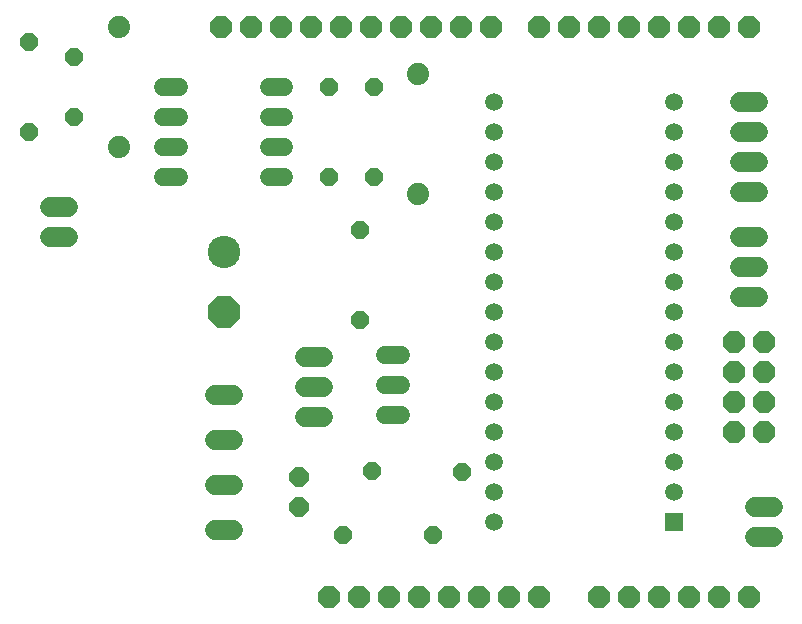
<source format=gbr>
G04 EAGLE Gerber RS-274X export*
G75*
%MOMM*%
%FSLAX34Y34*%
%LPD*%
%INSoldermask Bottom*%
%IPPOS*%
%AMOC8*
5,1,8,0,0,1.08239X$1,22.5*%
G01*
%ADD10P,1.649562X8X112.500000*%
%ADD11P,1.649562X8X292.500000*%
%ADD12C,1.879600*%
%ADD13C,1.524000*%
%ADD14C,1.727200*%
%ADD15P,1.759533X8X292.500000*%
%ADD16C,2.743200*%
%ADD17P,2.969212X8X292.500000*%
%ADD18P,2.034460X8X112.500000*%
%ADD19P,1.649562X8X202.500000*%
%ADD20P,1.649562X8X382.000000*%
%ADD21P,2.034460X8X22.500000*%
%ADD22R,1.511200X1.511200*%
%ADD23C,1.511200*%


D10*
X279400Y381000D03*
X279400Y457200D03*
D11*
X25400Y495300D03*
X25400Y419100D03*
D12*
X101600Y406400D03*
X101600Y508000D03*
D13*
X327152Y230378D02*
X340360Y230378D01*
X340360Y179578D02*
X327152Y179578D01*
X327152Y204978D02*
X340360Y204978D01*
D10*
X317500Y381000D03*
X317500Y457200D03*
D14*
X274320Y177800D02*
X259080Y177800D01*
X259080Y203200D02*
X274320Y203200D01*
X274320Y228600D02*
X259080Y228600D01*
X198120Y82550D02*
X182880Y82550D01*
X182880Y120650D02*
X198120Y120650D01*
X198120Y158750D02*
X182880Y158750D01*
X182880Y196850D02*
X198120Y196850D01*
D15*
X254000Y127000D03*
X254000Y101600D03*
D16*
X190500Y317500D03*
D17*
X190500Y266700D03*
D11*
X63500Y482600D03*
X63500Y431800D03*
D12*
X354584Y366522D03*
X354584Y468122D03*
D18*
X647700Y165100D03*
X622300Y165100D03*
X647700Y190500D03*
X622300Y190500D03*
X647700Y215900D03*
X622300Y215900D03*
X647700Y241300D03*
X622300Y241300D03*
D14*
X640080Y76200D02*
X655320Y76200D01*
X655320Y101600D02*
X640080Y101600D01*
X642620Y330200D02*
X627380Y330200D01*
X627380Y304800D02*
X642620Y304800D01*
X642620Y279400D02*
X627380Y279400D01*
X58420Y355600D02*
X43180Y355600D01*
X43180Y330200D02*
X58420Y330200D01*
X627380Y368300D02*
X642620Y368300D01*
X642620Y393700D02*
X627380Y393700D01*
X627380Y419100D02*
X642620Y419100D01*
X642620Y444500D02*
X627380Y444500D01*
D13*
X152400Y457200D02*
X139192Y457200D01*
X139192Y431800D02*
X152400Y431800D01*
X228600Y431800D02*
X241808Y431800D01*
X241808Y457200D02*
X228600Y457200D01*
X152400Y406400D02*
X139192Y406400D01*
X139192Y381000D02*
X152400Y381000D01*
X228600Y406400D02*
X241808Y406400D01*
X241808Y381000D02*
X228600Y381000D01*
D11*
X305562Y336042D03*
X305562Y259842D03*
D19*
X367538Y77724D03*
X291338Y77724D03*
D20*
X315977Y132158D03*
X392175Y131494D03*
D21*
X533400Y508000D03*
X508000Y25400D03*
X558800Y508000D03*
X584200Y508000D03*
X609600Y508000D03*
X635000Y508000D03*
X508000Y508000D03*
X482600Y508000D03*
X457200Y508000D03*
X416560Y508000D03*
X391160Y508000D03*
X365760Y508000D03*
X340360Y508000D03*
X314960Y508000D03*
X289560Y508000D03*
X264160Y508000D03*
X238760Y508000D03*
X533400Y25400D03*
X558800Y25400D03*
X584200Y25400D03*
X609600Y25400D03*
X635000Y25400D03*
X457200Y25400D03*
X431800Y25400D03*
X406400Y25400D03*
X381000Y25400D03*
X355600Y25400D03*
X330200Y25400D03*
X213360Y508000D03*
X187960Y508000D03*
X304800Y25400D03*
X279400Y25400D03*
D22*
X571500Y88900D03*
D23*
X571500Y114300D03*
X571500Y139700D03*
X571500Y165100D03*
X571500Y190500D03*
X571500Y215900D03*
X571500Y241300D03*
X571500Y266700D03*
X571500Y292100D03*
X571500Y317500D03*
X571500Y342900D03*
X571500Y368300D03*
X571500Y393700D03*
X571500Y419100D03*
X571500Y444500D03*
X419100Y444500D03*
X419100Y419100D03*
X419100Y393700D03*
X419100Y368300D03*
X419100Y342900D03*
X419100Y317500D03*
X419100Y292100D03*
X419100Y266700D03*
X419100Y241300D03*
X419100Y215900D03*
X419100Y190500D03*
X419100Y165100D03*
X419100Y139700D03*
X419100Y114300D03*
X419100Y88900D03*
M02*

</source>
